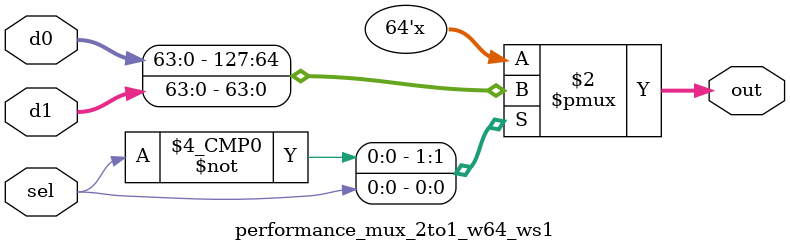
<source format=v>
  module performance_mux_2to1_w64_ws1 ( 
d0,
 d1,
 sel,
 out);
input [63:0] d0;
input [63:0] d1;
input  sel;
output [63:0] out;

reg [63:0] out;
always  @(sel or d0 or d1)
begin
case (sel)
1'b0 : out = d0;
1'b1 : out = d1;
endcase
end

endmodule

</source>
